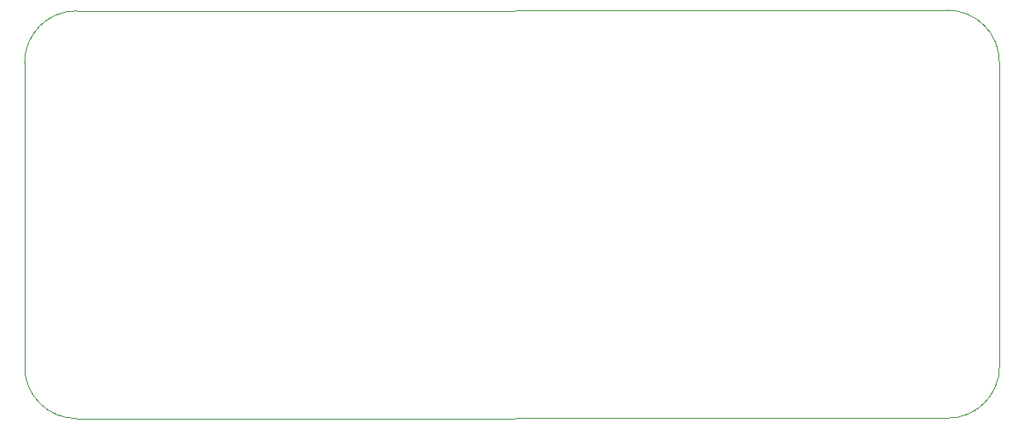
<source format=gbr>
%TF.GenerationSoftware,KiCad,Pcbnew,9.0.4*%
%TF.CreationDate,2026-01-11T17:22:50-08:00*%
%TF.ProjectId,2026Precharge,32303236-5072-4656-9368-617267652e6b,rev?*%
%TF.SameCoordinates,Original*%
%TF.FileFunction,Profile,NP*%
%FSLAX46Y46*%
G04 Gerber Fmt 4.6, Leading zero omitted, Abs format (unit mm)*
G04 Created by KiCad (PCBNEW 9.0.4) date 2026-01-11 17:22:50*
%MOMM*%
%LPD*%
G01*
G04 APERTURE LIST*
%TA.AperFunction,Profile*%
%ADD10C,0.050000*%
%TD*%
G04 APERTURE END LIST*
D10*
X107439058Y-150979529D02*
X193959529Y-150939529D01*
X193950471Y-110359529D02*
X107440000Y-110420000D01*
X107439058Y-150979529D02*
G75*
G02*
X102299071Y-145839529I-58J5139929D01*
G01*
X199099529Y-145799529D02*
G75*
G02*
X193959529Y-150939529I-5139929J-71D01*
G01*
X102294529Y-115564529D02*
G75*
G02*
X107434529Y-110424529I5140001J-1D01*
G01*
X199099529Y-145799529D02*
X199085000Y-115504058D01*
X193945000Y-110364058D02*
G75*
G02*
X199085042Y-115504058I0J-5140042D01*
G01*
X102294529Y-115564529D02*
X102299058Y-145839529D01*
M02*

</source>
